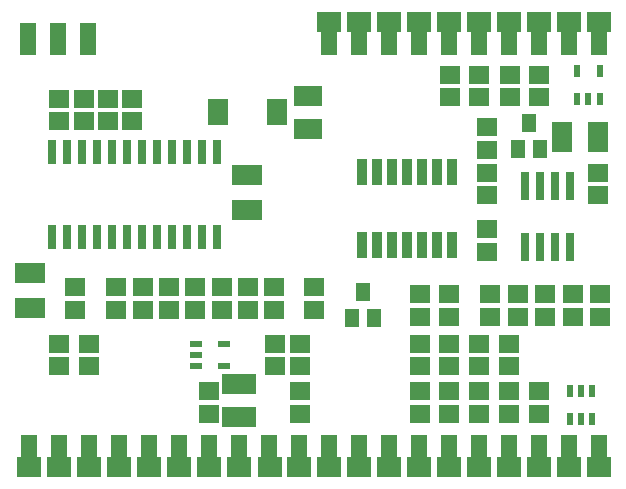
<source format=gts>
G75*
%MOIN*%
%OFA0B0*%
%FSLAX25Y25*%
%IPPOS*%
%LPD*%
%AMOC8*
5,1,8,0,0,1.08239X$1,22.5*
%
%ADD10C,0.05524*%
%ADD11R,0.06693X0.08661*%
%ADD12R,0.07087X0.06102*%
%ADD13R,0.07874X0.06890*%
%ADD14R,0.02572X0.07887*%
%ADD15R,0.06706X0.05918*%
%ADD16R,0.10249X0.07099*%
%ADD17R,0.03400X0.08800*%
%ADD18C,0.06737*%
%ADD19R,0.05800X0.10800*%
%ADD20R,0.04737X0.06312*%
%ADD21R,0.07099X0.10249*%
%ADD22R,0.03162X0.09461*%
%ADD23R,0.09461X0.07099*%
%ADD24R,0.11430X0.07099*%
%ADD25R,0.01969X0.03937*%
%ADD26R,0.03937X0.01969*%
D10*
X0008835Y0005370D03*
X0018835Y0005370D03*
X0028835Y0005370D03*
X0038835Y0005370D03*
X0048835Y0005370D03*
X0058835Y0005370D03*
X0068835Y0005370D03*
X0078835Y0005370D03*
X0088835Y0005370D03*
X0098835Y0005370D03*
X0108835Y0005370D03*
X0118835Y0005370D03*
X0128835Y0005370D03*
X0138835Y0005370D03*
X0148835Y0005370D03*
X0158835Y0005370D03*
X0168835Y0005370D03*
X0178835Y0005370D03*
X0188835Y0005370D03*
X0198835Y0005370D03*
X0198835Y0152929D03*
X0188835Y0152929D03*
X0178835Y0152929D03*
X0168835Y0152929D03*
X0158835Y0152929D03*
X0148835Y0152929D03*
X0138835Y0152929D03*
X0128835Y0152929D03*
X0118835Y0152929D03*
X0108835Y0152929D03*
D11*
X0091354Y0123441D03*
X0071669Y0123441D03*
D12*
X0108874Y0153461D03*
X0118913Y0153461D03*
X0128953Y0153461D03*
X0138795Y0153461D03*
X0148835Y0153461D03*
X0158874Y0153461D03*
X0168913Y0153461D03*
X0178953Y0153461D03*
X0188795Y0153461D03*
X0198835Y0153461D03*
X0198835Y0005035D03*
X0188795Y0005035D03*
X0178953Y0005035D03*
X0168913Y0005035D03*
X0158874Y0005035D03*
X0148835Y0005035D03*
X0138795Y0005035D03*
X0128953Y0005035D03*
X0118913Y0005035D03*
X0108874Y0005035D03*
X0098835Y0005035D03*
X0088992Y0005035D03*
X0078953Y0005035D03*
X0068913Y0005035D03*
X0058874Y0005035D03*
X0048835Y0005035D03*
X0038795Y0005035D03*
X0028953Y0005035D03*
X0018913Y0005035D03*
X0008874Y0005035D03*
D13*
X0008874Y0005035D03*
X0018913Y0005035D03*
X0028953Y0005035D03*
X0038795Y0005035D03*
X0038795Y0005035D03*
X0038795Y0005035D03*
X0048835Y0005035D03*
X0058874Y0005035D03*
X0068913Y0005035D03*
X0078953Y0005035D03*
X0088992Y0005035D03*
X0098835Y0005035D03*
X0108874Y0005035D03*
X0108874Y0005035D03*
X0118913Y0005035D03*
X0128953Y0005035D03*
X0138795Y0005035D03*
X0148835Y0005035D03*
X0158874Y0005035D03*
X0168913Y0005035D03*
X0168913Y0005035D03*
X0178953Y0005035D03*
X0188795Y0005035D03*
X0198835Y0005035D03*
X0198835Y0153461D03*
X0188795Y0153461D03*
X0178953Y0153461D03*
X0168913Y0153461D03*
X0158874Y0153461D03*
X0148835Y0153461D03*
X0138795Y0153461D03*
X0128953Y0153461D03*
X0128953Y0153461D03*
X0118913Y0153461D03*
X0108874Y0153461D03*
D14*
X0071512Y0110075D03*
X0066512Y0110075D03*
X0061512Y0110075D03*
X0056512Y0110075D03*
X0051512Y0110075D03*
X0046512Y0110075D03*
X0041512Y0110075D03*
X0036512Y0110075D03*
X0031512Y0110075D03*
X0026512Y0110075D03*
X0021512Y0110075D03*
X0016512Y0110075D03*
X0016512Y0081728D03*
X0021512Y0081728D03*
X0026512Y0081728D03*
X0031512Y0081728D03*
X0036512Y0081728D03*
X0041512Y0081728D03*
X0046512Y0081728D03*
X0051512Y0081728D03*
X0056512Y0081728D03*
X0061512Y0081728D03*
X0066512Y0081728D03*
X0071512Y0081728D03*
D15*
X0073047Y0064976D03*
X0073047Y0057496D03*
X0081906Y0057496D03*
X0081906Y0064976D03*
X0090567Y0064976D03*
X0090567Y0057496D03*
X0103953Y0057496D03*
X0103953Y0064976D03*
X0099031Y0046079D03*
X0090961Y0046079D03*
X0090961Y0038598D03*
X0099031Y0038598D03*
X0099031Y0030331D03*
X0099031Y0022850D03*
X0068913Y0022850D03*
X0068913Y0030331D03*
X0064189Y0057496D03*
X0064189Y0064976D03*
X0055528Y0064976D03*
X0055528Y0057496D03*
X0046669Y0057496D03*
X0046669Y0064976D03*
X0037811Y0064976D03*
X0037811Y0057496D03*
X0024228Y0057496D03*
X0024228Y0064976D03*
X0028756Y0046079D03*
X0018913Y0046079D03*
X0018913Y0038598D03*
X0028756Y0038598D03*
X0026984Y0120291D03*
X0018913Y0120291D03*
X0018913Y0127772D03*
X0026984Y0127772D03*
X0035055Y0127772D03*
X0043106Y0127811D03*
X0043106Y0120331D03*
X0035055Y0120291D03*
X0138992Y0062614D03*
X0138992Y0055134D03*
X0138992Y0046079D03*
X0138992Y0038598D03*
X0138992Y0030331D03*
X0138992Y0022850D03*
X0148835Y0022850D03*
X0148835Y0030331D03*
X0148835Y0038598D03*
X0148835Y0046079D03*
X0148835Y0055134D03*
X0148835Y0062614D03*
X0162614Y0062614D03*
X0171866Y0062614D03*
X0180961Y0062614D03*
X0180961Y0055134D03*
X0171866Y0055134D03*
X0162614Y0055134D03*
X0158874Y0046079D03*
X0158874Y0038598D03*
X0158874Y0030331D03*
X0158874Y0022850D03*
X0168913Y0022850D03*
X0178894Y0022850D03*
X0178894Y0030331D03*
X0168913Y0030331D03*
X0168913Y0038598D03*
X0168913Y0046079D03*
X0190173Y0055134D03*
X0199228Y0055134D03*
X0199228Y0062614D03*
X0190173Y0062614D03*
X0161630Y0076787D03*
X0161630Y0084268D03*
X0161630Y0095685D03*
X0161630Y0103165D03*
X0161630Y0110843D03*
X0161630Y0118323D03*
X0158874Y0128362D03*
X0158874Y0135843D03*
X0149031Y0135843D03*
X0149031Y0128362D03*
X0169110Y0128362D03*
X0178953Y0128362D03*
X0178953Y0135843D03*
X0169110Y0135843D03*
X0198441Y0103165D03*
X0198441Y0095685D03*
D16*
X0081492Y0090606D03*
X0081492Y0102417D03*
X0009228Y0069858D03*
X0009228Y0058047D03*
D17*
X0119819Y0079038D03*
X0124819Y0079038D03*
X0129819Y0079038D03*
X0134819Y0079038D03*
X0139819Y0079038D03*
X0144819Y0079038D03*
X0149819Y0079038D03*
X0149819Y0103238D03*
X0144819Y0103238D03*
X0139819Y0103238D03*
X0134819Y0103238D03*
X0129819Y0103238D03*
X0124819Y0103238D03*
X0119819Y0103238D03*
D18*
X0091335Y0123480D03*
X0071650Y0123480D03*
D19*
X0108894Y0147831D03*
X0118894Y0147831D03*
X0128894Y0147831D03*
X0138894Y0147831D03*
X0148894Y0147831D03*
X0158894Y0147831D03*
X0168894Y0147831D03*
X0178894Y0147831D03*
X0188894Y0147831D03*
X0198894Y0147831D03*
X0028500Y0147850D03*
X0018500Y0147831D03*
X0008500Y0147831D03*
X0008894Y0010331D03*
X0018894Y0010331D03*
X0028894Y0010331D03*
X0038894Y0010331D03*
X0048894Y0010331D03*
X0058894Y0010331D03*
X0068894Y0010331D03*
X0078894Y0010331D03*
X0088894Y0010331D03*
X0098894Y0010331D03*
X0108894Y0010331D03*
X0118894Y0010331D03*
X0128894Y0010331D03*
X0138894Y0010331D03*
X0148894Y0010331D03*
X0158894Y0010331D03*
X0168894Y0010331D03*
X0178894Y0010331D03*
X0188894Y0010331D03*
X0198894Y0010331D03*
D20*
X0123835Y0054543D03*
X0116354Y0054543D03*
X0120094Y0063205D03*
X0171669Y0111039D03*
X0179150Y0111039D03*
X0175409Y0119701D03*
D21*
X0186630Y0115173D03*
X0198441Y0115173D03*
D22*
X0189012Y0098835D03*
X0184012Y0098835D03*
X0179012Y0098835D03*
X0174012Y0098835D03*
X0174012Y0078362D03*
X0179012Y0078362D03*
X0184012Y0078362D03*
X0189012Y0078362D03*
D23*
X0101787Y0117732D03*
X0101787Y0128756D03*
D24*
X0078953Y0032693D03*
X0078953Y0021669D03*
D25*
X0188992Y0021177D03*
X0192732Y0021177D03*
X0196472Y0021177D03*
X0196472Y0030429D03*
X0192732Y0030429D03*
X0188992Y0030429D03*
X0191551Y0127870D03*
X0195291Y0127870D03*
X0199031Y0127870D03*
X0199031Y0137122D03*
X0191551Y0137122D03*
D26*
X0073736Y0046079D03*
X0073736Y0038598D03*
X0064484Y0038598D03*
X0064484Y0042339D03*
X0064484Y0046079D03*
M02*

</source>
